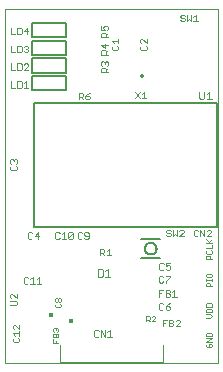
<source format=gto>
G75*
%MOIN*%
%OFA0B0*%
%FSLAX25Y25*%
%IPPOS*%
%LPD*%
%AMOC8*
5,1,8,0,0,1.08239X$1,22.5*
%
%ADD10C,0.00000*%
%ADD11C,0.00200*%
%ADD12C,0.00394*%
%ADD13C,0.00300*%
%ADD14R,0.01575X0.01575*%
%ADD15C,0.00500*%
%ADD16C,0.01378*%
D10*
X0029754Y0037982D02*
X0029754Y0156093D01*
X0100620Y0156093D01*
X0100620Y0037982D01*
X0029754Y0037982D01*
D11*
X0032575Y0044972D02*
X0034018Y0044972D01*
X0034379Y0045333D01*
X0034379Y0046054D01*
X0034018Y0046415D01*
X0034379Y0047147D02*
X0034379Y0048590D01*
X0034379Y0047868D02*
X0032215Y0047868D01*
X0032936Y0047147D01*
X0032575Y0046415D02*
X0032215Y0046054D01*
X0032215Y0045333D01*
X0032575Y0044972D01*
X0032575Y0049322D02*
X0032215Y0049683D01*
X0032215Y0050404D01*
X0032575Y0050765D01*
X0032936Y0050765D01*
X0034379Y0049322D01*
X0034379Y0050765D01*
X0033224Y0057374D02*
X0031389Y0057374D01*
X0031389Y0058842D02*
X0033224Y0058842D01*
X0033591Y0058475D01*
X0033591Y0057741D01*
X0033224Y0057374D01*
X0033591Y0059584D02*
X0032123Y0061051D01*
X0031756Y0061051D01*
X0031389Y0060684D01*
X0031389Y0059950D01*
X0031756Y0059584D01*
X0033591Y0059584D02*
X0033591Y0061051D01*
X0036288Y0064460D02*
X0037009Y0064460D01*
X0037370Y0064821D01*
X0038102Y0064460D02*
X0039545Y0064460D01*
X0038824Y0064460D02*
X0038824Y0066624D01*
X0038102Y0065903D01*
X0037370Y0066264D02*
X0037009Y0066624D01*
X0036288Y0066624D01*
X0035927Y0066264D01*
X0035927Y0064821D01*
X0036288Y0064460D01*
X0040278Y0064460D02*
X0041720Y0064460D01*
X0040999Y0064460D02*
X0040999Y0066624D01*
X0040278Y0065903D01*
X0046683Y0059579D02*
X0046388Y0059284D01*
X0046388Y0058694D01*
X0046683Y0058399D01*
X0046978Y0058399D01*
X0047273Y0058694D01*
X0047273Y0059284D01*
X0047568Y0059579D01*
X0047863Y0059579D01*
X0048158Y0059284D01*
X0048158Y0058694D01*
X0047863Y0058399D01*
X0047568Y0058399D01*
X0047273Y0058694D01*
X0047273Y0059284D02*
X0046978Y0059579D01*
X0046683Y0059579D01*
X0046683Y0057766D02*
X0046388Y0057471D01*
X0046388Y0056881D01*
X0046683Y0056586D01*
X0047863Y0056586D01*
X0048158Y0056881D01*
X0048158Y0057471D01*
X0047863Y0057766D01*
X0047076Y0049654D02*
X0047371Y0049359D01*
X0047371Y0048769D01*
X0047076Y0048474D01*
X0047076Y0047842D02*
X0047371Y0047547D01*
X0047371Y0046662D01*
X0045601Y0046662D01*
X0045601Y0047547D01*
X0045896Y0047842D01*
X0046191Y0047842D01*
X0046486Y0047547D01*
X0046486Y0046662D01*
X0046486Y0047547D02*
X0046781Y0047842D01*
X0047076Y0047842D01*
X0045896Y0048474D02*
X0045601Y0048769D01*
X0045601Y0049359D01*
X0045896Y0049654D01*
X0046191Y0049654D01*
X0046486Y0049359D01*
X0046781Y0049654D01*
X0047076Y0049654D01*
X0046486Y0049359D02*
X0046486Y0049064D01*
X0045601Y0046029D02*
X0045601Y0044849D01*
X0047371Y0044849D01*
X0046486Y0044849D02*
X0046486Y0045439D01*
X0059382Y0047111D02*
X0059749Y0046744D01*
X0060483Y0046744D01*
X0060850Y0047111D01*
X0061592Y0046744D02*
X0061592Y0048946D01*
X0063060Y0046744D01*
X0063060Y0048946D01*
X0063802Y0048212D02*
X0064535Y0048946D01*
X0064535Y0046744D01*
X0063802Y0046744D02*
X0065269Y0046744D01*
X0060850Y0048579D02*
X0060483Y0048946D01*
X0059749Y0048946D01*
X0059382Y0048579D01*
X0059382Y0047111D01*
X0060563Y0066822D02*
X0061842Y0066822D01*
X0062268Y0067249D01*
X0062268Y0068954D01*
X0061842Y0069381D01*
X0060563Y0069381D01*
X0060563Y0066822D01*
X0063100Y0066822D02*
X0064806Y0066822D01*
X0063953Y0066822D02*
X0063953Y0069381D01*
X0063100Y0068528D01*
X0062773Y0073909D02*
X0062052Y0074630D01*
X0062413Y0074630D02*
X0061331Y0074630D01*
X0061331Y0073909D02*
X0061331Y0076073D01*
X0062413Y0076073D01*
X0062773Y0075712D01*
X0062773Y0074991D01*
X0062413Y0074630D01*
X0063506Y0073909D02*
X0064949Y0073909D01*
X0064227Y0073909D02*
X0064227Y0076073D01*
X0063506Y0075352D01*
X0057488Y0079782D02*
X0057488Y0081224D01*
X0057127Y0081585D01*
X0056406Y0081585D01*
X0056045Y0081224D01*
X0056045Y0080864D01*
X0056406Y0080503D01*
X0057488Y0080503D01*
X0057488Y0079782D02*
X0057127Y0079421D01*
X0056406Y0079421D01*
X0056045Y0079782D01*
X0055313Y0079782D02*
X0054952Y0079421D01*
X0054231Y0079421D01*
X0053870Y0079782D01*
X0053870Y0081224D01*
X0054231Y0081585D01*
X0054952Y0081585D01*
X0055313Y0081224D01*
X0052183Y0081224D02*
X0052183Y0079782D01*
X0051822Y0079421D01*
X0051100Y0079421D01*
X0050740Y0079782D01*
X0052183Y0081224D01*
X0051822Y0081585D01*
X0051100Y0081585D01*
X0050740Y0081224D01*
X0050740Y0079782D01*
X0050007Y0079421D02*
X0048565Y0079421D01*
X0049286Y0079421D02*
X0049286Y0081585D01*
X0048565Y0080864D01*
X0047832Y0081224D02*
X0047472Y0081585D01*
X0046750Y0081585D01*
X0046390Y0081224D01*
X0046390Y0079782D01*
X0046750Y0079421D01*
X0047472Y0079421D01*
X0047832Y0079782D01*
X0040952Y0080503D02*
X0039510Y0080503D01*
X0040592Y0081585D01*
X0040592Y0079421D01*
X0038777Y0079782D02*
X0038417Y0079421D01*
X0037695Y0079421D01*
X0037335Y0079782D01*
X0037335Y0081224D01*
X0037695Y0081585D01*
X0038417Y0081585D01*
X0038777Y0081224D01*
X0033224Y0102256D02*
X0031756Y0102256D01*
X0031389Y0102622D01*
X0031389Y0103356D01*
X0031756Y0103723D01*
X0031756Y0104465D02*
X0031389Y0104832D01*
X0031389Y0105566D01*
X0031756Y0105933D01*
X0032123Y0105933D01*
X0032490Y0105566D01*
X0032857Y0105933D01*
X0033224Y0105933D01*
X0033591Y0105566D01*
X0033591Y0104832D01*
X0033224Y0104465D01*
X0033224Y0103723D02*
X0033591Y0103356D01*
X0033591Y0102622D01*
X0033224Y0102256D01*
X0032490Y0105199D02*
X0032490Y0105566D01*
X0033039Y0129815D02*
X0031597Y0129815D01*
X0031597Y0131979D01*
X0033772Y0131979D02*
X0033772Y0129815D01*
X0034854Y0129815D01*
X0035214Y0130175D01*
X0035214Y0131618D01*
X0034854Y0131979D01*
X0033772Y0131979D01*
X0035947Y0131257D02*
X0036668Y0131979D01*
X0036668Y0129815D01*
X0035947Y0129815D02*
X0037390Y0129815D01*
X0037390Y0135720D02*
X0035947Y0135720D01*
X0037390Y0137163D01*
X0037390Y0137523D01*
X0037029Y0137884D01*
X0036308Y0137884D01*
X0035947Y0137523D01*
X0035214Y0137523D02*
X0034854Y0137884D01*
X0033772Y0137884D01*
X0033772Y0135720D01*
X0034854Y0135720D01*
X0035214Y0136081D01*
X0035214Y0137523D01*
X0033039Y0135720D02*
X0031597Y0135720D01*
X0031597Y0137884D01*
X0031597Y0141626D02*
X0033039Y0141626D01*
X0033772Y0141626D02*
X0033772Y0143790D01*
X0034854Y0143790D01*
X0035214Y0143429D01*
X0035214Y0141986D01*
X0034854Y0141626D01*
X0033772Y0141626D01*
X0035947Y0141986D02*
X0036308Y0141626D01*
X0037029Y0141626D01*
X0037390Y0141986D01*
X0037390Y0142347D01*
X0037029Y0142708D01*
X0036668Y0142708D01*
X0037029Y0142708D02*
X0037390Y0143068D01*
X0037390Y0143429D01*
X0037029Y0143790D01*
X0036308Y0143790D01*
X0035947Y0143429D01*
X0037029Y0147531D02*
X0037029Y0149695D01*
X0035947Y0148613D01*
X0037390Y0148613D01*
X0035214Y0147892D02*
X0035214Y0149334D01*
X0034854Y0149695D01*
X0033772Y0149695D01*
X0033772Y0147531D01*
X0034854Y0147531D01*
X0035214Y0147892D01*
X0033039Y0147531D02*
X0031597Y0147531D01*
X0031597Y0149695D01*
X0031597Y0143790D02*
X0031597Y0141626D01*
X0054244Y0128042D02*
X0054244Y0125878D01*
X0054244Y0126599D02*
X0055326Y0126599D01*
X0055687Y0126960D01*
X0055687Y0127681D01*
X0055326Y0128042D01*
X0054244Y0128042D01*
X0054966Y0126599D02*
X0055687Y0125878D01*
X0056419Y0126238D02*
X0056780Y0125878D01*
X0057501Y0125878D01*
X0057862Y0126238D01*
X0057862Y0126599D01*
X0057501Y0126960D01*
X0056419Y0126960D01*
X0056419Y0126238D01*
X0056419Y0126960D02*
X0057141Y0127681D01*
X0057862Y0128042D01*
X0061742Y0134913D02*
X0061742Y0135995D01*
X0062103Y0136356D01*
X0062824Y0136356D01*
X0063185Y0135995D01*
X0063185Y0134913D01*
X0063906Y0134913D02*
X0061742Y0134913D01*
X0063185Y0135635D02*
X0063906Y0136356D01*
X0063546Y0137088D02*
X0063906Y0137449D01*
X0063906Y0138170D01*
X0063546Y0138531D01*
X0063185Y0138531D01*
X0062824Y0138170D01*
X0062824Y0137810D01*
X0062824Y0138170D02*
X0062463Y0138531D01*
X0062103Y0138531D01*
X0061742Y0138170D01*
X0061742Y0137449D01*
X0062103Y0137088D01*
X0061742Y0140819D02*
X0061742Y0141901D01*
X0062103Y0142261D01*
X0062824Y0142261D01*
X0063185Y0141901D01*
X0063185Y0140819D01*
X0063185Y0141540D02*
X0063906Y0142261D01*
X0062824Y0142994D02*
X0062824Y0144437D01*
X0063906Y0144076D02*
X0061742Y0144076D01*
X0062824Y0142994D01*
X0063906Y0140819D02*
X0061742Y0140819D01*
X0065285Y0142774D02*
X0065646Y0142413D01*
X0067089Y0142413D01*
X0067449Y0142774D01*
X0067449Y0143495D01*
X0067089Y0143856D01*
X0067449Y0144588D02*
X0067449Y0146031D01*
X0067449Y0145309D02*
X0065285Y0145309D01*
X0066007Y0144588D01*
X0065646Y0143856D02*
X0065285Y0143495D01*
X0065285Y0142774D01*
X0063906Y0146724D02*
X0061742Y0146724D01*
X0061742Y0147806D01*
X0062103Y0148167D01*
X0062824Y0148167D01*
X0063185Y0147806D01*
X0063185Y0146724D01*
X0063185Y0147446D02*
X0063906Y0148167D01*
X0063546Y0148899D02*
X0063906Y0149260D01*
X0063906Y0149981D01*
X0063546Y0150342D01*
X0062824Y0150342D01*
X0062463Y0149981D01*
X0062463Y0149621D01*
X0062824Y0148899D01*
X0061742Y0148899D01*
X0061742Y0150342D01*
X0074734Y0145670D02*
X0074734Y0144949D01*
X0075095Y0144588D01*
X0075095Y0143856D02*
X0074734Y0143495D01*
X0074734Y0142774D01*
X0075095Y0142413D01*
X0076538Y0142413D01*
X0076898Y0142774D01*
X0076898Y0143495D01*
X0076538Y0143856D01*
X0076898Y0144588D02*
X0075456Y0146031D01*
X0075095Y0146031D01*
X0074734Y0145670D01*
X0076898Y0146031D02*
X0076898Y0144588D01*
X0088122Y0152222D02*
X0088483Y0151862D01*
X0089204Y0151862D01*
X0089565Y0152222D01*
X0089565Y0152583D01*
X0089204Y0152944D01*
X0088483Y0152944D01*
X0088122Y0153305D01*
X0088122Y0153665D01*
X0088483Y0154026D01*
X0089204Y0154026D01*
X0089565Y0153665D01*
X0090297Y0154026D02*
X0090297Y0151862D01*
X0091018Y0152583D01*
X0091740Y0151862D01*
X0091740Y0154026D01*
X0092472Y0153305D02*
X0093193Y0154026D01*
X0093193Y0151862D01*
X0092472Y0151862D02*
X0093915Y0151862D01*
X0094421Y0128436D02*
X0094421Y0126304D01*
X0094847Y0125878D01*
X0095700Y0125878D01*
X0096127Y0126304D01*
X0096127Y0128436D01*
X0096959Y0127583D02*
X0097811Y0128436D01*
X0097811Y0125878D01*
X0096959Y0125878D02*
X0098664Y0125878D01*
X0076760Y0126271D02*
X0075317Y0126271D01*
X0076038Y0126271D02*
X0076038Y0128435D01*
X0075317Y0127714D01*
X0074585Y0128435D02*
X0073142Y0126271D01*
X0074585Y0126271D02*
X0073142Y0128435D01*
X0096782Y0079264D02*
X0097962Y0078084D01*
X0097667Y0078379D02*
X0098552Y0079264D01*
X0098552Y0078084D02*
X0096782Y0078084D01*
X0096782Y0076271D02*
X0098552Y0076271D01*
X0098552Y0077451D01*
X0098257Y0075639D02*
X0098552Y0075344D01*
X0098552Y0074754D01*
X0098257Y0074459D01*
X0097077Y0074459D01*
X0096782Y0074754D01*
X0096782Y0075344D01*
X0097077Y0075639D01*
X0097077Y0073826D02*
X0097667Y0073826D01*
X0097962Y0073531D01*
X0097962Y0072646D01*
X0098552Y0072646D02*
X0096782Y0072646D01*
X0096782Y0073531D01*
X0097077Y0073826D01*
X0097077Y0067819D02*
X0096782Y0067524D01*
X0096782Y0066934D01*
X0097077Y0066639D01*
X0098257Y0066639D01*
X0098552Y0066934D01*
X0098552Y0067524D01*
X0098257Y0067819D01*
X0097077Y0067819D01*
X0096782Y0066021D02*
X0096782Y0065431D01*
X0096782Y0065726D02*
X0098552Y0065726D01*
X0098552Y0065431D02*
X0098552Y0066021D01*
X0097667Y0064798D02*
X0097077Y0064798D01*
X0096782Y0064503D01*
X0096782Y0063618D01*
X0098552Y0063618D01*
X0097962Y0063618D02*
X0097962Y0064503D01*
X0097667Y0064798D01*
X0098257Y0057885D02*
X0097077Y0057885D01*
X0096782Y0057590D01*
X0096782Y0056705D01*
X0098552Y0056705D01*
X0098552Y0057590D01*
X0098257Y0057885D01*
X0098257Y0056073D02*
X0097077Y0056073D01*
X0096782Y0055778D01*
X0096782Y0054893D01*
X0098552Y0054893D01*
X0098552Y0055778D01*
X0098257Y0056073D01*
X0097962Y0054260D02*
X0096782Y0054260D01*
X0097962Y0054260D02*
X0098552Y0053670D01*
X0097962Y0053080D01*
X0096782Y0053080D01*
X0097077Y0048043D02*
X0096782Y0047748D01*
X0096782Y0046863D01*
X0098552Y0046863D01*
X0098552Y0047748D01*
X0098257Y0048043D01*
X0097077Y0048043D01*
X0096782Y0046230D02*
X0098552Y0046230D01*
X0096782Y0045050D01*
X0098552Y0045050D01*
X0098257Y0044417D02*
X0097667Y0044417D01*
X0097667Y0043827D01*
X0098257Y0043237D02*
X0098552Y0043532D01*
X0098552Y0044122D01*
X0098257Y0044417D01*
X0098257Y0043237D02*
X0097077Y0043237D01*
X0096782Y0043532D01*
X0096782Y0044122D01*
X0097077Y0044417D01*
X0087985Y0050250D02*
X0086542Y0050250D01*
X0087985Y0051693D01*
X0087985Y0052053D01*
X0087624Y0052414D01*
X0086903Y0052414D01*
X0086542Y0052053D01*
X0085810Y0052053D02*
X0085810Y0051693D01*
X0085449Y0051332D01*
X0084367Y0051332D01*
X0084367Y0050250D02*
X0085449Y0050250D01*
X0085810Y0050611D01*
X0085810Y0050971D01*
X0085449Y0051332D01*
X0085810Y0052053D02*
X0085449Y0052414D01*
X0084367Y0052414D01*
X0084367Y0050250D01*
X0082913Y0051332D02*
X0082192Y0051332D01*
X0082192Y0050250D02*
X0082192Y0052414D01*
X0083634Y0052414D01*
X0083571Y0055799D02*
X0084292Y0055799D01*
X0084653Y0056159D01*
X0084653Y0056520D01*
X0084292Y0056881D01*
X0083210Y0056881D01*
X0083210Y0056159D01*
X0083571Y0055799D01*
X0083210Y0056881D02*
X0083932Y0057602D01*
X0084653Y0057963D01*
X0084292Y0060130D02*
X0083210Y0060130D01*
X0083210Y0062294D01*
X0084292Y0062294D01*
X0084653Y0061933D01*
X0084653Y0061572D01*
X0084292Y0061212D01*
X0083210Y0061212D01*
X0084292Y0061212D02*
X0084653Y0060851D01*
X0084653Y0060490D01*
X0084292Y0060130D01*
X0085385Y0060130D02*
X0086828Y0060130D01*
X0086107Y0060130D02*
X0086107Y0062294D01*
X0085385Y0061572D01*
X0082478Y0062294D02*
X0081035Y0062294D01*
X0081035Y0060130D01*
X0081035Y0061212D02*
X0081757Y0061212D01*
X0082117Y0057963D02*
X0081396Y0057963D01*
X0081035Y0057602D01*
X0081035Y0056159D01*
X0081396Y0055799D01*
X0082117Y0055799D01*
X0082478Y0056159D01*
X0082478Y0057602D02*
X0082117Y0057963D01*
X0079402Y0053632D02*
X0078812Y0053632D01*
X0078517Y0053337D01*
X0077885Y0053337D02*
X0077885Y0052747D01*
X0077590Y0052452D01*
X0076705Y0052452D01*
X0077295Y0052452D02*
X0077885Y0051862D01*
X0078517Y0051862D02*
X0079697Y0053042D01*
X0079697Y0053337D01*
X0079402Y0053632D01*
X0077885Y0053337D02*
X0077590Y0053632D01*
X0076705Y0053632D01*
X0076705Y0051862D01*
X0078517Y0051862D02*
X0079697Y0051862D01*
X0081396Y0064854D02*
X0082117Y0064854D01*
X0082478Y0065215D01*
X0083210Y0065215D02*
X0083210Y0064854D01*
X0083210Y0065215D02*
X0084653Y0066657D01*
X0084653Y0067018D01*
X0083210Y0067018D01*
X0082478Y0066657D02*
X0082117Y0067018D01*
X0081396Y0067018D01*
X0081035Y0066657D01*
X0081035Y0065215D01*
X0081396Y0064854D01*
X0081433Y0069160D02*
X0082154Y0069160D01*
X0082515Y0069521D01*
X0083247Y0069521D02*
X0083608Y0069160D01*
X0084329Y0069160D01*
X0084690Y0069521D01*
X0084690Y0070242D01*
X0084329Y0070603D01*
X0083969Y0070603D01*
X0083247Y0070242D01*
X0083247Y0071324D01*
X0084690Y0071324D01*
X0082515Y0070963D02*
X0082154Y0071324D01*
X0081433Y0071324D01*
X0081072Y0070963D01*
X0081072Y0069521D01*
X0081433Y0069160D01*
D12*
X0082313Y0044163D02*
X0082313Y0038258D01*
X0048061Y0038258D01*
X0048061Y0044163D01*
D13*
X0083791Y0080258D02*
X0083448Y0080602D01*
X0083791Y0080258D02*
X0084479Y0080258D01*
X0084823Y0080602D01*
X0084823Y0080946D01*
X0084479Y0081290D01*
X0083791Y0081290D01*
X0083448Y0081634D01*
X0083448Y0081978D01*
X0083791Y0082322D01*
X0084479Y0082322D01*
X0084823Y0081978D01*
X0085623Y0082322D02*
X0085623Y0080258D01*
X0086311Y0080946D01*
X0086999Y0080258D01*
X0086999Y0082322D01*
X0087798Y0081978D02*
X0088142Y0082322D01*
X0088830Y0082322D01*
X0089174Y0081978D01*
X0089174Y0081634D01*
X0087798Y0080258D01*
X0089174Y0080258D01*
X0092503Y0080602D02*
X0092847Y0080258D01*
X0093535Y0080258D01*
X0093879Y0080602D01*
X0094678Y0080258D02*
X0094678Y0082322D01*
X0096054Y0080258D01*
X0096054Y0082322D01*
X0096853Y0081978D02*
X0097197Y0082322D01*
X0097885Y0082322D01*
X0098229Y0081978D01*
X0098229Y0081634D01*
X0096853Y0080258D01*
X0098229Y0080258D01*
X0093879Y0081978D02*
X0093535Y0082322D01*
X0092847Y0082322D01*
X0092503Y0081978D01*
X0092503Y0080602D01*
D14*
X0051526Y0052156D03*
X0045109Y0054124D03*
D15*
X0039400Y0083455D02*
X0039400Y0124793D01*
X0100423Y0124793D01*
X0100423Y0083455D01*
X0039400Y0083455D01*
X0075030Y0079321D02*
X0081329Y0079321D01*
X0076210Y0076171D02*
X0076212Y0076259D01*
X0076218Y0076347D01*
X0076228Y0076435D01*
X0076242Y0076523D01*
X0076259Y0076609D01*
X0076281Y0076695D01*
X0076306Y0076779D01*
X0076336Y0076863D01*
X0076368Y0076945D01*
X0076405Y0077025D01*
X0076445Y0077104D01*
X0076489Y0077181D01*
X0076536Y0077256D01*
X0076586Y0077328D01*
X0076640Y0077399D01*
X0076696Y0077466D01*
X0076756Y0077532D01*
X0076818Y0077594D01*
X0076884Y0077654D01*
X0076951Y0077710D01*
X0077022Y0077764D01*
X0077094Y0077814D01*
X0077169Y0077861D01*
X0077246Y0077905D01*
X0077325Y0077945D01*
X0077405Y0077982D01*
X0077487Y0078014D01*
X0077571Y0078044D01*
X0077655Y0078069D01*
X0077741Y0078091D01*
X0077827Y0078108D01*
X0077915Y0078122D01*
X0078003Y0078132D01*
X0078091Y0078138D01*
X0078179Y0078140D01*
X0078267Y0078138D01*
X0078355Y0078132D01*
X0078443Y0078122D01*
X0078531Y0078108D01*
X0078617Y0078091D01*
X0078703Y0078069D01*
X0078787Y0078044D01*
X0078871Y0078014D01*
X0078953Y0077982D01*
X0079033Y0077945D01*
X0079112Y0077905D01*
X0079189Y0077861D01*
X0079264Y0077814D01*
X0079336Y0077764D01*
X0079407Y0077710D01*
X0079474Y0077654D01*
X0079540Y0077594D01*
X0079602Y0077532D01*
X0079662Y0077466D01*
X0079718Y0077399D01*
X0079772Y0077328D01*
X0079822Y0077256D01*
X0079869Y0077181D01*
X0079913Y0077104D01*
X0079953Y0077025D01*
X0079990Y0076945D01*
X0080022Y0076863D01*
X0080052Y0076779D01*
X0080077Y0076695D01*
X0080099Y0076609D01*
X0080116Y0076523D01*
X0080130Y0076435D01*
X0080140Y0076347D01*
X0080146Y0076259D01*
X0080148Y0076171D01*
X0080146Y0076083D01*
X0080140Y0075995D01*
X0080130Y0075907D01*
X0080116Y0075819D01*
X0080099Y0075733D01*
X0080077Y0075647D01*
X0080052Y0075563D01*
X0080022Y0075479D01*
X0079990Y0075397D01*
X0079953Y0075317D01*
X0079913Y0075238D01*
X0079869Y0075161D01*
X0079822Y0075086D01*
X0079772Y0075014D01*
X0079718Y0074943D01*
X0079662Y0074876D01*
X0079602Y0074810D01*
X0079540Y0074748D01*
X0079474Y0074688D01*
X0079407Y0074632D01*
X0079336Y0074578D01*
X0079264Y0074528D01*
X0079189Y0074481D01*
X0079112Y0074437D01*
X0079033Y0074397D01*
X0078953Y0074360D01*
X0078871Y0074328D01*
X0078787Y0074298D01*
X0078703Y0074273D01*
X0078617Y0074251D01*
X0078531Y0074234D01*
X0078443Y0074220D01*
X0078355Y0074210D01*
X0078267Y0074204D01*
X0078179Y0074202D01*
X0078091Y0074204D01*
X0078003Y0074210D01*
X0077915Y0074220D01*
X0077827Y0074234D01*
X0077741Y0074251D01*
X0077655Y0074273D01*
X0077571Y0074298D01*
X0077487Y0074328D01*
X0077405Y0074360D01*
X0077325Y0074397D01*
X0077246Y0074437D01*
X0077169Y0074481D01*
X0077094Y0074528D01*
X0077022Y0074578D01*
X0076951Y0074632D01*
X0076884Y0074688D01*
X0076818Y0074748D01*
X0076756Y0074810D01*
X0076696Y0074876D01*
X0076640Y0074943D01*
X0076586Y0075014D01*
X0076536Y0075086D01*
X0076489Y0075161D01*
X0076445Y0075238D01*
X0076405Y0075317D01*
X0076368Y0075397D01*
X0076336Y0075479D01*
X0076306Y0075563D01*
X0076281Y0075647D01*
X0076259Y0075733D01*
X0076242Y0075819D01*
X0076228Y0075907D01*
X0076218Y0075995D01*
X0076212Y0076083D01*
X0076210Y0076171D01*
X0075030Y0073022D02*
X0081329Y0073022D01*
X0049833Y0128927D02*
X0038809Y0128927D01*
X0038809Y0133652D01*
X0049833Y0133652D01*
X0049833Y0128927D01*
X0049833Y0134833D02*
X0038809Y0134833D01*
X0038809Y0139557D01*
X0049833Y0139557D01*
X0049833Y0134833D01*
X0049833Y0140738D02*
X0038809Y0140738D01*
X0038809Y0145463D01*
X0049833Y0145463D01*
X0049833Y0140738D01*
X0049833Y0146644D02*
X0038809Y0146644D01*
X0038809Y0151368D01*
X0049833Y0151368D01*
X0049833Y0146644D01*
D16*
X0075423Y0133652D03*
M02*

</source>
